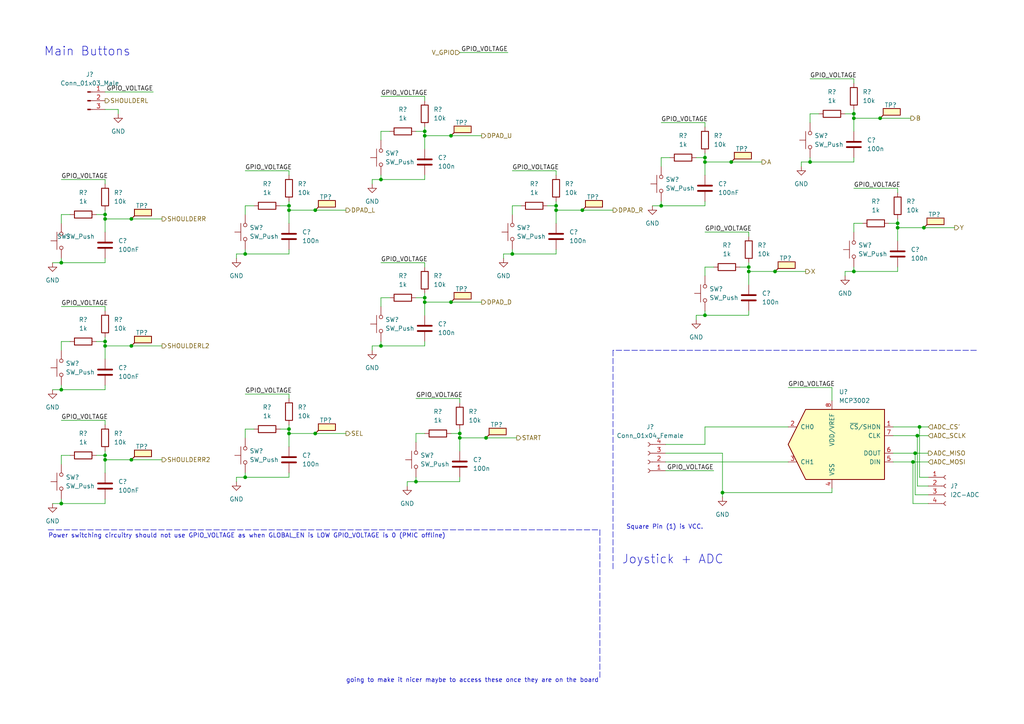
<source format=kicad_sch>
(kicad_sch (version 20211123) (generator eeschema)
  (paper "A4")
  (title_block (date "2022-05-14") (rev "Rev1") (comment 1 "https://github.com/cinnamondev/gamepithing"))
  (lib_symbols
    (symbol "Analog_ADC:MCP3002" (pin_names (offset 1.016))
      (property "Reference" "U" (at -6.35 11.43 0))
      (property "Value" "MCP3002" (at 11.43 11.43 0))
      (symbol "MCP3002_0_1"
        (polyline (pts (xy 15.24 10.16) (xy -7.62 10.16) (xy -12.7 0) (xy -7.62 -10.16) (xy 15.24 -10.16) (xy 15.24 10.16)) (stroke (width 0.254)) (fill (type background)))
      )
      (symbol "MCP3002_1_1"
        (pin input line (at 17.78 5.08 180) (length 2.54) (name "~{CS}/SHDN") (number "1"))
        (pin passive line (at -12.7 5.08 0) (length 2.54) (name "CH0") (number "2"))
        (pin passive line (at -12.7 -5.08 0) (length 2.54) (name "CH1") (number "3"))
        (pin power_in line (at 0 -12.7 90) (length 2.54) (name "VSS") (number "4"))
        (pin input line (at 17.78 -5.08 180) (length 2.54) (name "DIN") (number "5"))
        (pin output line (at 17.78 -2.54 180) (length 2.54) (name "DOUT") (number "6"))
        (pin input line (at 17.78 2.54 180) (length 2.54) (name "CLK") (number "7"))
        (pin power_in line (at 0 12.7 270) (length 2.54) (name "VDD/VREF") (number "8"))
      )
    )
    (symbol "Connector:Conn_01x03_Male" (pin_names (offset 1.016) hide)
      (property "Reference" "J" (at 0 5.08 0))
      (property "Value" "Conn_01x03_Male" (at 0 -5.08 0))
      (symbol "Conn_01x03_Male_1_1"
        (polyline (pts (xy 1.27 -2.54) (xy 0.8636 -2.54)) (stroke (width 0.1524)))
        (polyline (pts (xy 1.27 0) (xy 0.8636 0)) (stroke (width 0.1524)))
        (polyline (pts (xy 1.27 2.54) (xy 0.8636 2.54)) (stroke (width 0.1524)))
        (rectangle (start 0.8636 -2.413) (end 0 -2.667) (stroke (width 0.1524)) (fill (type outline)))
        (rectangle (start 0.8636 0.127) (end 0 -0.127) (stroke (width 0.1524)) (fill (type outline)))
        (rectangle (start 0.8636 2.667) (end 0 2.413) (stroke (width 0.1524)) (fill (type outline)))
        (pin passive line (at 5.08 2.54 180) (length 3.81) (name "Pin_1") (number "1"))
        (pin passive line (at 5.08 0 180) (length 3.81) (name "Pin_2") (number "2"))
        (pin passive line (at 5.08 -2.54 180) (length 3.81) (name "Pin_3") (number "3"))
      )
    )
    (symbol "Connector:Conn_01x04_Female" (pin_names (offset 1.016) hide)
      (property "Reference" "J" (at 0 5.08 0))
      (property "Value" "Conn_01x04_Female" (at 0 -7.62 0))
      (symbol "Conn_01x04_Female_1_1"
        (arc (start 0 -4.572) (mid -0.508 -5.08) (end 0 -5.588) (stroke (width 0.1524)))
        (arc (start 0 -2.032) (mid -0.508 -2.54) (end 0 -3.048) (stroke (width 0.1524)))
        (polyline (pts (xy -1.27 -5.08) (xy -0.508 -5.08)) (stroke (width 0.1524)))
        (polyline (pts (xy -1.27 -2.54) (xy -0.508 -2.54)) (stroke (width 0.1524)))
        (polyline (pts (xy -1.27 0) (xy -0.508 0)) (stroke (width 0.1524)))
        (polyline (pts (xy -1.27 2.54) (xy -0.508 2.54)) (stroke (width 0.1524)))
        (arc (start 0 0.508) (mid -0.508 0) (end 0 -0.508) (stroke (width 0.1524)))
        (arc (start 0 3.048) (mid -0.508 2.54) (end 0 2.032) (stroke (width 0.1524)))
        (pin passive line (at -5.08 2.54 0) (length 3.81) (name "Pin_1") (number "1"))
        (pin passive line (at -5.08 0 0) (length 3.81) (name "Pin_2") (number "2"))
        (pin passive line (at -5.08 -2.54 0) (length 3.81) (name "Pin_3") (number "3"))
        (pin passive line (at -5.08 -5.08 0) (length 3.81) (name "Pin_4") (number "4"))
      )
    )
    (symbol "Connector:TestPoint_Flag" (pin_numbers hide) (pin_names (offset 0.762) hide)
      (property "Reference" "TP" (at 3.429 1.778 0))
      (property "Value" "TestPoint_Flag" (at 3.302 4.191 0))
      (symbol "TestPoint_Flag_0_1"
        (polyline (pts (xy 0 0) (xy 0.889 0.889)) (stroke (width 0.254)))
        (rectangle (start 0.889 2.794) (end 5.842 0.889) (stroke (width 0.254)) (fill (type background)))
      )
      (symbol "TestPoint_Flag_1_1"
        (pin passive line (at 0 0 90) (length 0) (name "1") (number "1"))
      )
    )
    (symbol "Device:C" (pin_numbers hide) (pin_names (offset 0.254))
      (property "Reference" "C" (at 0.635 2.54 0))
      (property "Value" "C" (at 0.635 -2.54 0))
      (symbol "C_0_1"
        (polyline (pts (xy -2.032 -0.762) (xy 2.032 -0.762)) (stroke (width 0.508)))
        (polyline (pts (xy -2.032 0.762) (xy 2.032 0.762)) (stroke (width 0.508)))
      )
      (symbol "C_1_1"
        (pin passive line (at 0 3.81 270) (length 2.794) (name "~") (number "1"))
        (pin passive line (at 0 -3.81 90) (length 2.794) (name "~") (number "2"))
      )
    )
    (symbol "Device:R" (pin_numbers hide) (pin_names (offset 0))
      (property "Reference" "R" (at 2.032 0 90))
      (property "Value" "R" (at 0 0 90))
      (symbol "R_0_1"
        (rectangle (start -1.016 -2.54) (end 1.016 2.54) (stroke (width 0.254)))
      )
      (symbol "R_1_1"
        (pin passive line (at 0 3.81 270) (length 1.27) (name "~") (number "1"))
        (pin passive line (at 0 -3.81 90) (length 1.27) (name "~") (number "2"))
      )
    )
    (symbol "SW_Push_1" (pin_numbers hide) (pin_names (offset 1.016) hide)
      (property "Reference" "SW13" (at 1.27 1.2701 90))
      (property "Value" "SW_Push_1" (at 1.27 -1.2699 90))
      (symbol "SW_Push_1_0_1"
        (circle (center -2.032 0) (radius 0.508))
        (polyline (pts (xy 0 1.27) (xy 0 3.048)))
        (polyline (pts (xy 2.54 1.27) (xy -2.54 1.27)))
        (circle (center 2.032 0) (radius 0.508))
        (pin passive line (at -5.08 0 0) (length 2.54) (name "1") (number "1_1"))
        (pin passive line (at -5.08 0 0) (length 2.54) hide (name "1") (number "1_2"))
        (pin passive line (at 5.08 0 180) (length 2.54) (name "2") (number "2_1"))
        (pin passive line (at 5.08 0 180) (length 2.54) hide (name "2") (number "2_2"))
      )
    )
    (symbol "Switch:SW_Push" (pin_numbers hide) (pin_names (offset 1.016) hide)
      (property "Reference" "SW" (at 1.27 2.54 0))
      (property "Value" "SW_Push" (at 0 -1.524 0))
      (symbol "SW_Push_0_1"
        (circle (center -2.032 0) (radius 0.508))
        (polyline (pts (xy 0 1.27) (xy 0 3.048)))
        (polyline (pts (xy 2.54 1.27) (xy -2.54 1.27)))
        (circle (center 2.032 0) (radius 0.508))
        (pin passive line (at -5.08 0 0) (length 2.54) (name "1") (number "1"))
        (pin passive line (at 5.08 0 180) (length 2.54) (name "2") (number "2"))
      )
    )
    (symbol "power:GND" (power) (pin_names (offset 0))
      (property "Value" "GND" (at 0 -3.81 0))
      (symbol "GND_0_1"
        (polyline (pts (xy 0 0) (xy 0 -1.27) (xy 1.27 -1.27) (xy 0 -2.54) (xy -1.27 -1.27) (xy 0 -1.27)))
      )
      (symbol "GND_1_1"
        (pin power_in line (at 0 0 270) (length 0) hide (name "GND") (number "1"))
      )
    )
  )
  (junction (at 204.47 91.44))
  (junction (at 148.59 73.66))
  (junction (at 191.77 59.69))
  (junction (at 130.81 39.37))
  (junction (at 133.35 125.73))
  (junction (at 91.44 125.73))
  (junction (at 30.48 133.35))
  (junction (at 83.82 124.46))
  (junction (at 123.19 39.37))
  (junction (at 204.47 45.72))
  (junction (at 30.48 100.33))
  (junction (at 17.78 76.2))
  (junction (at 123.19 87.63))
  (junction (at 120.65 139.7))
  (junction (at 71.12 138.43))
  (junction (at 247.65 33.02))
  (junction (at 168.91 60.96))
  (junction (at 71.12 73.66))
  (junction (at 161.29 59.69))
  (junction (at 247.65 34.29))
  (junction (at 212.09 46.99))
  (junction (at 217.17 77.47))
  (junction (at 247.65 78.74))
  (junction (at 110.49 100.33))
  (junction (at 17.78 113.03))
  (junction (at 17.78 146.05))
  (junction (at 266.065 126.365))
  (junction (at 267.97 66.04))
  (junction (at 255.27 34.29))
  (junction (at 224.79 78.74))
  (junction (at 161.29 60.96))
  (junction (at 30.48 132.08))
  (junction (at 38.1 100.33))
  (junction (at 204.47 46.99))
  (junction (at 30.48 62.23))
  (junction (at 38.1 133.35))
  (junction (at 110.49 52.07))
  (junction (at 123.19 86.36))
  (junction (at 234.95 46.99))
  (junction (at 140.97 127))
  (junction (at 83.82 125.73))
  (junction (at 133.35 127))
  (junction (at 260.35 66.04))
  (junction (at 264.795 133.985))
  (junction (at 30.48 99.06))
  (junction (at 265.43 131.445))
  (junction (at 260.35 64.77))
  (junction (at 38.1 63.5))
  (junction (at 130.81 87.63))
  (junction (at 83.82 59.69))
  (junction (at 30.48 63.5))
  (junction (at 83.82 60.96))
  (junction (at 266.7 123.825))
  (junction (at 209.55 142.875))
  (junction (at 91.44 60.96))
  (junction (at 123.19 38.1))
  (junction (at 217.17 78.74))
  (wire (pts (xy 118.11 139.7) (xy 118.11 140.97)))
  (wire (pts (xy 110.49 27.94) (xy 123.19 27.94)))
  (wire (pts (xy 260.35 54.61) (xy 260.35 55.88)))
  (wire (pts (xy 71.12 124.46) (xy 73.66 124.46)))
  (wire (pts (xy 68.58 73.66) (xy 71.12 73.66)))
  (wire (pts (xy 161.29 60.96) (xy 168.91 60.96)))
  (wire (pts (xy 204.47 46.99) (xy 204.47 50.8)))
  (wire (pts (xy 110.49 50.8) (xy 110.49 52.07)))
  (wire (pts (xy 120.65 86.36) (xy 123.19 86.36)))
  (wire (pts (xy 110.49 40.64) (xy 110.49 38.1)))
  (wire (pts (xy 245.11 78.74) (xy 245.11 80.01)))
  (wire (pts (xy 133.35 115.57) (xy 133.35 116.84)))
  (wire (pts (xy 247.65 64.77) (xy 250.19 64.77)))
  (wire (pts (xy 201.93 45.72) (xy 204.47 45.72)))
  (wire (pts (xy 120.65 139.7) (xy 133.35 139.7)))
  (wire (pts (xy 161.29 49.53) (xy 161.29 50.8)))
  (wire (pts (xy 193.04 136.525) (xy 207.01 136.525)))
  (wire (pts (xy 264.795 146.05) (xy 264.795 133.985)))
  (wire (pts (xy 120.65 128.27) (xy 120.65 125.73)))
  (wire (pts (xy 123.19 86.36) (xy 123.19 87.63)))
  (wire (pts (xy 247.65 78.74) (xy 260.35 78.74)))
  (wire (pts (xy 217.17 90.17) (xy 217.17 91.44)))
  (wire (pts (xy 247.65 34.29) (xy 247.65 38.1)))
  (wire (pts (xy 123.19 38.1) (xy 123.19 36.83)))
  (wire (pts (xy 133.35 15.24) (xy 147.32 15.24)))
  (wire (pts (xy 217.17 78.74) (xy 217.17 82.55)))
  (wire (pts (xy 193.04 133.985) (xy 228.6 133.985)))
  (wire (pts (xy 191.77 35.56) (xy 204.47 35.56)))
  (wire (pts (xy 30.48 100.33) (xy 30.48 104.14)))
  (wire (pts (xy 259.08 131.445) (xy 265.43 131.445)))
  (wire (pts (xy 71.12 72.39) (xy 71.12 73.66)))
  (wire (pts (xy 269.24 138.43) (xy 266.7 138.43)))
  (polyline (pts (xy 173.99 153.67) (xy 173.99 196.85)))
  (wire (pts (xy 107.95 100.33) (xy 107.95 101.6)))
  (wire (pts (xy 83.82 72.39) (xy 83.82 73.66)))
  (wire (pts (xy 247.65 33.02) (xy 247.65 34.29)))
  (wire (pts (xy 30.48 62.23) (xy 30.48 60.96)))
  (wire (pts (xy 201.93 91.44) (xy 204.47 91.44)))
  (wire (pts (xy 241.3 141.605) (xy 241.3 142.875)))
  (wire (pts (xy 123.19 87.63) (xy 123.19 91.44)))
  (wire (pts (xy 259.08 123.825) (xy 266.7 123.825)))
  (wire (pts (xy 83.82 125.73) (xy 83.82 129.54)))
  (wire (pts (xy 257.81 64.77) (xy 260.35 64.77)))
  (wire (pts (xy 17.78 99.06) (xy 20.32 99.06)))
  (wire (pts (xy 71.12 127) (xy 71.12 124.46)))
  (wire (pts (xy 247.65 33.02) (xy 247.65 31.75)))
  (wire (pts (xy 158.75 59.69) (xy 161.29 59.69)))
  (wire (pts (xy 247.65 45.72) (xy 247.65 46.99)))
  (wire (pts (xy 71.12 137.16) (xy 71.12 138.43)))
  (wire (pts (xy 120.65 125.73) (xy 123.19 125.73)))
  (wire (pts (xy 110.49 100.33) (xy 123.19 100.33)))
  (wire (pts (xy 191.77 58.42) (xy 191.77 59.69)))
  (wire (pts (xy 17.78 62.23) (xy 20.32 62.23)))
  (wire (pts (xy 266.065 126.365) (xy 269.24 126.365)))
  (wire (pts (xy 214.63 77.47) (xy 217.17 77.47)))
  (wire (pts (xy 68.58 138.43) (xy 71.12 138.43)))
  (wire (pts (xy 133.35 125.73) (xy 133.35 127)))
  (wire (pts (xy 83.82 60.96) (xy 91.44 60.96)))
  (wire (pts (xy 228.6 112.395) (xy 241.3 112.395)))
  (wire (pts (xy 30.48 121.92) (xy 30.48 123.19)))
  (wire (pts (xy 68.58 73.66) (xy 68.58 74.93)))
  (wire (pts (xy 189.23 59.69) (xy 191.77 59.69)))
  (wire (pts (xy 161.29 72.39) (xy 161.29 73.66)))
  (wire (pts (xy 83.82 49.53) (xy 83.82 50.8)))
  (wire (pts (xy 217.17 78.74) (xy 224.79 78.74)))
  (wire (pts (xy 245.11 78.74) (xy 247.65 78.74)))
  (wire (pts (xy 217.17 77.47) (xy 217.17 78.74)))
  (wire (pts (xy 267.97 66.04) (xy 276.86 66.04)))
  (wire (pts (xy 110.49 88.9) (xy 110.49 86.36)))
  (wire (pts (xy 30.48 133.35) (xy 38.1 133.35)))
  (wire (pts (xy 161.29 60.96) (xy 161.29 64.77)))
  (wire (pts (xy 168.91 60.96) (xy 177.8 60.96)))
  (wire (pts (xy 110.49 52.07) (xy 123.19 52.07)))
  (wire (pts (xy 17.78 144.78) (xy 17.78 146.05)))
  (polyline (pts (xy 283.21 101.6) (xy 177.8 101.6)))
  (wire (pts (xy 234.95 46.99) (xy 247.65 46.99)))
  (wire (pts (xy 260.35 77.47) (xy 260.35 78.74)))
  (wire (pts (xy 123.19 39.37) (xy 123.19 43.18)))
  (wire (pts (xy 71.12 59.69) (xy 73.66 59.69)))
  (wire (pts (xy 34.29 31.75) (xy 34.29 33.02)))
  (wire (pts (xy 38.1 100.33) (xy 46.99 100.33)))
  (wire (pts (xy 27.94 62.23) (xy 30.48 62.23)))
  (wire (pts (xy 146.05 73.66) (xy 146.05 74.93)))
  (wire (pts (xy 234.95 22.86) (xy 247.65 22.86)))
  (wire (pts (xy 30.48 100.33) (xy 38.1 100.33)))
  (wire (pts (xy 140.97 127) (xy 149.86 127)))
  (wire (pts (xy 110.49 99.06) (xy 110.49 100.33)))
  (wire (pts (xy 247.65 67.31) (xy 247.65 64.77)))
  (wire (pts (xy 30.48 26.67) (xy 44.45 26.67)))
  (wire (pts (xy 204.47 91.44) (xy 217.17 91.44)))
  (wire (pts (xy 204.47 67.31) (xy 217.17 67.31)))
  (wire (pts (xy 224.79 78.74) (xy 233.68 78.74)))
  (wire (pts (xy 209.55 142.875) (xy 209.55 131.445)))
  (wire (pts (xy 204.47 123.825) (xy 228.6 123.825)))
  (wire (pts (xy 204.47 35.56) (xy 204.47 36.83)))
  (wire (pts (xy 15.24 76.2) (xy 17.78 76.2)))
  (wire (pts (xy 204.47 58.42) (xy 204.47 59.69)))
  (wire (pts (xy 30.48 52.07) (xy 30.48 53.34)))
  (wire (pts (xy 146.05 73.66) (xy 148.59 73.66)))
  (wire (pts (xy 217.17 67.31) (xy 217.17 68.58)))
  (wire (pts (xy 260.35 64.77) (xy 260.35 63.5)))
  (wire (pts (xy 133.35 127) (xy 133.35 130.81)))
  (wire (pts (xy 209.55 144.145) (xy 209.55 142.875)))
  (wire (pts (xy 123.19 99.06) (xy 123.19 100.33)))
  (wire (pts (xy 193.04 128.905) (xy 204.47 128.905)))
  (wire (pts (xy 30.48 88.9) (xy 30.48 90.17)))
  (wire (pts (xy 269.24 146.05) (xy 264.795 146.05)))
  (wire (pts (xy 212.09 46.99) (xy 220.98 46.99)))
  (wire (pts (xy 232.41 46.99) (xy 232.41 48.26)))
  (wire (pts (xy 91.44 125.73) (xy 100.33 125.73)))
  (wire (pts (xy 123.19 86.36) (xy 123.19 85.09)))
  (wire (pts (xy 81.28 124.46) (xy 83.82 124.46)))
  (wire (pts (xy 120.65 115.57) (xy 133.35 115.57)))
  (wire (pts (xy 17.78 74.93) (xy 17.78 76.2)))
  (wire (pts (xy 118.11 139.7) (xy 120.65 139.7)))
  (wire (pts (xy 260.35 64.77) (xy 260.35 66.04)))
  (wire (pts (xy 30.48 132.08) (xy 30.48 130.81)))
  (wire (pts (xy 110.49 86.36) (xy 113.03 86.36)))
  (wire (pts (xy 266.7 123.825) (xy 269.24 123.825)))
  (wire (pts (xy 259.08 126.365) (xy 266.065 126.365)))
  (wire (pts (xy 204.47 80.01) (xy 204.47 77.47)))
  (wire (pts (xy 204.47 46.99) (xy 212.09 46.99)))
  (wire (pts (xy 148.59 59.69) (xy 151.13 59.69)))
  (wire (pts (xy 201.93 91.44) (xy 201.93 92.71)))
  (wire (pts (xy 266.7 138.43) (xy 266.7 123.825)))
  (wire (pts (xy 91.44 60.96) (xy 100.33 60.96)))
  (wire (pts (xy 27.94 132.08) (xy 30.48 132.08)))
  (wire (pts (xy 133.35 138.43) (xy 133.35 139.7)))
  (wire (pts (xy 83.82 60.96) (xy 83.82 64.77)))
  (wire (pts (xy 217.17 77.47) (xy 217.17 76.2)))
  (wire (pts (xy 161.29 59.69) (xy 161.29 60.96)))
  (wire (pts (xy 260.35 66.04) (xy 260.35 69.85)))
  (wire (pts (xy 204.47 90.17) (xy 204.47 91.44)))
  (wire (pts (xy 17.78 64.77) (xy 17.78 62.23)))
  (wire (pts (xy 130.81 125.73) (xy 133.35 125.73)))
  (wire (pts (xy 38.1 133.35) (xy 46.99 133.35)))
  (wire (pts (xy 107.95 52.07) (xy 107.95 53.34)))
  (wire (pts (xy 259.08 133.985) (xy 264.795 133.985)))
  (wire (pts (xy 204.47 128.905) (xy 204.47 123.825)))
  (wire (pts (xy 120.65 138.43) (xy 120.65 139.7)))
  (wire (pts (xy 120.65 38.1) (xy 123.19 38.1)))
  (wire (pts (xy 209.55 142.875) (xy 241.3 142.875)))
  (wire (pts (xy 17.78 113.03) (xy 30.48 113.03)))
  (wire (pts (xy 260.35 66.04) (xy 267.97 66.04)))
  (wire (pts (xy 266.065 140.97) (xy 266.065 126.365)))
  (wire (pts (xy 30.48 99.06) (xy 30.48 100.33)))
  (wire (pts (xy 83.82 59.69) (xy 83.82 60.96)))
  (polyline (pts (xy 13.97 153.67) (xy 173.99 153.67)))
  (wire (pts (xy 191.77 45.72) (xy 194.31 45.72)))
  (wire (pts (xy 68.58 138.43) (xy 68.58 139.7)))
  (wire (pts (xy 71.12 62.23) (xy 71.12 59.69)))
  (wire (pts (xy 83.82 124.46) (xy 83.82 123.19)))
  (wire (pts (xy 81.28 59.69) (xy 83.82 59.69)))
  (wire (pts (xy 15.24 146.05) (xy 17.78 146.05)))
  (wire (pts (xy 269.24 143.51) (xy 265.43 143.51)))
  (wire (pts (xy 15.24 113.03) (xy 17.78 113.03)))
  (wire (pts (xy 83.82 124.46) (xy 83.82 125.73)))
  (wire (pts (xy 30.48 63.5) (xy 30.48 67.31)))
  (wire (pts (xy 234.95 45.72) (xy 234.95 46.99)))
  (wire (pts (xy 17.78 121.92) (xy 30.48 121.92)))
  (wire (pts (xy 30.48 62.23) (xy 30.48 63.5)))
  (wire (pts (xy 30.48 99.06) (xy 30.48 97.79)))
  (wire (pts (xy 255.27 34.29) (xy 264.16 34.29)))
  (wire (pts (xy 71.12 73.66) (xy 83.82 73.66)))
  (wire (pts (xy 107.95 100.33) (xy 110.49 100.33)))
  (wire (pts (xy 71.12 49.53) (xy 83.82 49.53)))
  (wire (pts (xy 191.77 48.26) (xy 191.77 45.72)))
  (wire (pts (xy 110.49 76.2) (xy 123.19 76.2)))
  (wire (pts (xy 30.48 144.78) (xy 30.48 146.05)))
  (wire (pts (xy 38.1 63.5) (xy 46.99 63.5)))
  (wire (pts (xy 264.795 133.985) (xy 269.24 133.985)))
  (wire (pts (xy 234.95 33.02) (xy 237.49 33.02)))
  (wire (pts (xy 193.04 131.445) (xy 209.55 131.445)))
  (wire (pts (xy 30.48 133.35) (xy 30.48 137.16)))
  (wire (pts (xy 17.78 146.05) (xy 30.48 146.05)))
  (wire (pts (xy 241.3 112.395) (xy 241.3 116.205)))
  (wire (pts (xy 247.65 77.47) (xy 247.65 78.74)))
  (wire (pts (xy 161.29 59.69) (xy 161.29 58.42)))
  (wire (pts (xy 265.43 131.445) (xy 269.24 131.445)))
  (wire (pts (xy 17.78 52.07) (xy 30.48 52.07)))
  (wire (pts (xy 110.49 38.1) (xy 113.03 38.1)))
  (wire (pts (xy 130.81 39.37) (xy 139.7 39.37)))
  (wire (pts (xy 247.65 22.86) (xy 247.65 24.13)))
  (wire (pts (xy 148.59 62.23) (xy 148.59 59.69)))
  (wire (pts (xy 83.82 114.3) (xy 83.82 115.57)))
  (wire (pts (xy 17.78 134.62) (xy 17.78 132.08)))
  (wire (pts (xy 123.19 39.37) (xy 130.81 39.37)))
  (wire (pts (xy 123.19 76.2) (xy 123.19 77.47)))
  (wire (pts (xy 204.47 77.47) (xy 207.01 77.47)))
  (wire (pts (xy 234.95 35.56) (xy 234.95 33.02)))
  (wire (pts (xy 83.82 59.69) (xy 83.82 58.42)))
  (wire (pts (xy 148.59 72.39) (xy 148.59 73.66)))
  (wire (pts (xy 133.35 125.73) (xy 133.35 124.46)))
  (wire (pts (xy 148.59 49.53) (xy 161.29 49.53)))
  (wire (pts (xy 17.78 76.2) (xy 30.48 76.2)))
  (wire (pts (xy 71.12 138.43) (xy 83.82 138.43)))
  (wire (pts (xy 30.48 111.76) (xy 30.48 113.03)))
  (wire (pts (xy 30.48 132.08) (xy 30.48 133.35)))
  (wire (pts (xy 123.19 38.1) (xy 123.19 39.37)))
  (wire (pts (xy 30.48 31.75) (xy 34.29 31.75)))
  (wire (pts (xy 265.43 143.51) (xy 265.43 131.445)))
  (wire (pts (xy 17.78 111.76) (xy 17.78 113.03)))
  (wire (pts (xy 83.82 137.16) (xy 83.82 138.43)))
  (wire (pts (xy 123.19 50.8) (xy 123.19 52.07)))
  (wire (pts (xy 71.12 114.3) (xy 83.82 114.3)))
  (wire (pts (xy 247.65 54.61) (xy 260.35 54.61)))
  (wire (pts (xy 17.78 88.9) (xy 30.48 88.9)))
  (wire (pts (xy 123.19 27.94) (xy 123.19 29.21)))
  (wire (pts (xy 191.77 59.69) (xy 204.47 59.69)))
  (wire (pts (xy 107.95 52.07) (xy 110.49 52.07)))
  (wire (pts (xy 204.47 45.72) (xy 204.47 44.45)))
  (wire (pts (xy 148.59 73.66) (xy 161.29 73.66)))
  (wire (pts (xy 133.35 127) (xy 140.97 127)))
  (wire (pts (xy 27.94 99.06) (xy 30.48 99.06)))
  (wire (pts (xy 232.41 46.99) (xy 234.95 46.99)))
  (wire (pts (xy 30.48 74.93) (xy 30.48 76.2)))
  (wire (pts (xy 247.65 34.29) (xy 255.27 34.29)))
  (wire (pts (xy 123.19 87.63) (xy 130.81 87.63)))
  (wire (pts (xy 83.82 125.73) (xy 91.44 125.73)))
  (wire (pts (xy 130.81 87.63) (xy 139.7 87.63)))
  (wire (pts (xy 245.11 33.02) (xy 247.65 33.02)))
  (wire (pts (xy 204.47 45.72) (xy 204.47 46.99)))
  (wire (pts (xy 30.48 63.5) (xy 38.1 63.5)))
  (wire (pts (xy 269.24 140.97) (xy 266.065 140.97)))
  (wire (pts (xy 17.78 101.6) (xy 17.78 99.06)))
  (polyline (pts (xy 177.8 101.6) (xy 177.8 165.1)))
  (wire (pts (xy 17.78 132.08) (xy 20.32 132.08)))
  (text "Joystick + ADC" (at 180.34 163.83 0) (effects (font (size 2.54 2.54)) (justify left bottom)))
  (text "going to make it nicer maybe to access these once they are on the board" (at 100.33 198.12 0) (effects (font (size 1.27 1.27)) (justify left bottom)))
  (text "Power switching circuitry should not use GPIO_VOLTAGE as when GLOBAL_EN is LOW GPIO_VOLTAGE is 0 (PMIC offline)" (at 13.97 156.21 0) (effects (font (size 1.27 1.27)) (justify left bottom)))
  (text "Square Pin (1) is VCC.\n" (at 181.61 153.67 0) (effects (font (size 1.27 1.27)) (justify left bottom)))
  (text "Main Buttons" (at 12.7 16.51 0) (effects (font (size 2.54 2.54)) (justify left bottom)))
  (label "GPIO_VOLTAGE" (at 17.78 121.92 0))
  (label "GPIO_VOLTAGE" (at 71.12 114.3 0))
  (label "GPIO_VOLTAGE" (at 191.77 35.56 0))
  (label "GPIO_VOLTAGE" (at 110.49 76.2 0))
  (label "GPIO_VOLTAGE" (at 147.32 15.24 180))
  (label "GPIO_VOLTAGE" (at 204.47 67.31 0))
  (label "GPIO_VOLTAGE" (at 247.65 54.61 0))
  (label "GPIO_VOLTAGE" (at 17.78 88.9 0))
  (label "GPIO_VOLTAGE" (at 120.65 115.57 0))
  (label "GPIO_VOLTAGE" (at 234.95 22.86 0))
  (label "GPIO_VOLTAGE" (at 228.6 112.395 0))
  (label "GPIO_VOLTAGE" (at 110.49 27.94 0))
  (label "GPIO_VOLTAGE" (at 17.78 52.07 0))
  (label "GPIO_VOLTAGE" (at 207.01 136.525 180))
  (label "GPIO_VOLTAGE" (at 44.45 26.67 180))
  (label "GPIO_VOLTAGE" (at 148.59 49.53 0))
  (label "GPIO_VOLTAGE" (at 71.12 49.53 0))
  (hierarchical_label "A" (shape output) (at 220.98 46.99 0))
  (hierarchical_label "B" (shape output) (at 264.16 34.29 0))
  (hierarchical_label "SHOULDERL" (shape output) (at 30.48 29.21 0))
  (hierarchical_label "Y" (shape output) (at 276.86 66.04 0))
  (hierarchical_label "V_GPIO" (shape input) (at 133.35 15.24 180))
  (hierarchical_label "SHOULDERR" (shape output) (at 46.99 63.5 0))
  (hierarchical_label "ADC_SCLK" (shape input) (at 269.24 126.365 0))
  (hierarchical_label "ADC_MISO" (shape output) (at 269.24 131.445 0))
  (hierarchical_label "ADC_CS'" (shape input) (at 269.24 123.825 0))
  (hierarchical_label "SHOULDERL2" (shape output) (at 46.99 100.33 0))
  (hierarchical_label "SEL" (shape output) (at 100.33 125.73 0))
  (hierarchical_label "SHOULDERR2" (shape output) (at 46.99 133.35 0))
  (hierarchical_label "ADC_MOSI" (shape input) (at 269.24 133.985 0))
  (hierarchical_label "DPAD_R" (shape output) (at 177.8 60.96 0))
  (hierarchical_label "DPAD_L" (shape output) (at 100.33 60.96 0))
  (hierarchical_label "DPAD_D" (shape output) (at 139.7 87.63 0))
  (hierarchical_label "X" (shape output) (at 233.68 78.74 0))
  (hierarchical_label "START" (shape output) (at 149.86 127 0))
  (hierarchical_label "DPAD_U" (shape output) (at 139.7 39.37 0))
  (symbol (lib_id "Device:R") (at 198.12 45.72 90) (unit 1)
    (property "Reference" "R?" (at 198.12 39.37 90))
    (property "Value" "1k" (at 198.12 41.91 90))
    (property "Footprint" "Resistor_SMD:R_0805_2012Metric_Pad1.20x1.40mm_HandSolder" (effects hide))
  )
  (symbol (lib_id "Switch:SW_Push") (at 191.77 53.34 90) (unit 1)
    (property "Reference" "SW?" (at 193.04 52.0699 90) (effects (justify right)))
    (property "Value" "SW_Push" (at 193.04 54.6099 90) (effects (justify right)))
    (property "Footprint" "CM4IO:SW_PTS526_SMG15_SMTR2_LFS" (effects hide))
  )
  (symbol (lib_id "Device:R") (at 30.48 93.98 0) (unit 1)
    (property "Reference" "R?" (at 33.02 92.7099 0) (effects (justify left)))
    (property "Value" "10k" (at 33.02 95.2499 0) (effects (justify left)))
    (property "Footprint" "Resistor_SMD:R_0805_2012Metric_Pad1.20x1.40mm_HandSolder" (effects hide))
  )
  (symbol (lib_id "Switch:SW_Push") (at 204.47 85.09 90) (unit 1)
    (property "Reference" "SW?" (at 205.74 83.8199 90) (effects (justify right)))
    (property "Value" "SW_Push" (at 205.74 86.3599 90) (effects (justify right)))
    (property "Footprint" "CM4IO:SW_PTS526_SMG15_SMTR2_LFS" (effects hide))
  )
  (symbol (lib_id "Connector:Conn_01x03_Male") (at 25.4 29.21 0) (unit 1)
    (property "Reference" "J?" (at 26.035 21.59 0))
    (property "Value" "Conn_01x03_Male" (at 26.035 24.13 0))
    (property "Footprint" "Connector_Wire:SolderWire-0.5sqmm_1x03_P4.8mm_D0.9mm_OD2.3mm" (effects hide))
  )
  (symbol (lib_id "power:GND") (at 68.58 139.7 0) (unit 1)
    (property "Reference" "#PWR?" (effects hide))
    (property "Value" "GND" (at 68.58 144.78 0))
  )
  (symbol (lib_id "Device:R") (at 24.13 62.23 90) (unit 1)
    (property "Reference" "R?" (at 24.13 55.88 90))
    (property "Value" "1k" (at 24.13 58.42 90))
    (property "Footprint" "Resistor_SMD:R_0805_2012Metric_Pad1.20x1.40mm_HandSolder" (effects hide))
  )
  (symbol (lib_id "Device:R") (at 116.84 38.1 90) (unit 1)
    (property "Reference" "R?" (at 116.84 31.75 90))
    (property "Value" "1k" (at 116.84 34.29 90))
    (property "Footprint" "Resistor_SMD:R_0805_2012Metric_Pad1.20x1.40mm_HandSolder" (effects hide))
  )
  (symbol (lib_id "power:GND") (at 15.24 76.2 0) (unit 1)
    (property "Reference" "#PWR?" (effects hide))
    (property "Value" "GND" (at 15.24 81.28 0))
  )
  (symbol (lib_id "Device:C") (at 204.47 54.61 0) (unit 1)
    (property "Reference" "C?" (at 208.28 53.3399 0) (effects (justify left)))
    (property "Value" "100nF" (at 208.28 55.8799 0) (effects (justify left)))
    (property "Footprint" "Capacitor_SMD:C_0805_2012Metric_Pad1.18x1.45mm_HandSolder" (effects hide))
  )
  (symbol (lib_id "Device:R") (at 260.35 59.69 0) (unit 1)
    (property "Reference" "R?" (at 262.89 58.4199 0) (effects (justify left)))
    (property "Value" "10k" (at 262.89 60.9599 0) (effects (justify left)))
    (property "Footprint" "Resistor_SMD:R_0805_2012Metric_Pad1.20x1.40mm_HandSolder" (effects hide))
  )
  (symbol (lib_id "Device:C") (at 30.48 71.12 0) (unit 1)
    (property "Reference" "C?" (at 34.29 69.8499 0) (effects (justify left)))
    (property "Value" "100nF" (at 34.29 72.3899 0) (effects (justify left)))
    (property "Footprint" "Capacitor_SMD:C_0805_2012Metric_Pad1.18x1.45mm_HandSolder" (effects hide))
  )
  (symbol (lib_id "power:GND") (at 232.41 48.26 0) (unit 1)
    (property "Reference" "#PWR?" (effects hide))
    (property "Value" "GND" (at 232.41 53.34 0))
  )
  (symbol (lib_id "Device:R") (at 123.19 81.28 0) (unit 1)
    (property "Reference" "R?" (at 125.73 80.0099 0) (effects (justify left)))
    (property "Value" "10k" (at 125.73 82.5499 0) (effects (justify left)))
    (property "Footprint" "Resistor_SMD:R_0805_2012Metric_Pad1.20x1.40mm_HandSolder" (effects hide))
  )
  (symbol (lib_id "Switch:SW_Push") (at 110.49 45.72 90) (unit 1)
    (property "Reference" "SW?" (at 111.76 44.4499 90) (effects (justify right)))
    (property "Value" "SW_Push" (at 111.76 46.9899 90) (effects (justify right)))
    (property "Footprint" "CM4IO:SW_PTS526_SMG15_SMTR2_LFS" (effects hide))
  )
  (symbol (lib_id "Device:C") (at 217.17 86.36 0) (unit 1)
    (property "Reference" "C?" (at 220.98 85.0899 0) (effects (justify left)))
    (property "Value" "100n" (at 220.98 87.6299 0) (effects (justify left)))
    (property "Footprint" "Capacitor_SMD:C_0805_2012Metric_Pad1.18x1.45mm_HandSolder" (effects hide))
  )
  (symbol (lib_id "Device:R") (at 30.48 127 0) (unit 1)
    (property "Reference" "R?" (at 33.02 125.7299 0) (effects (justify left)))
    (property "Value" "10k" (at 33.02 128.2699 0) (effects (justify left)))
    (property "Footprint" "Resistor_SMD:R_0805_2012Metric_Pad1.20x1.40mm_HandSolder" (effects hide))
  )
  (symbol (lib_id "Device:C") (at 30.48 140.97 0) (unit 1)
    (property "Reference" "C?" (at 34.29 139.6999 0) (effects (justify left)))
    (property "Value" "100nF" (at 34.29 142.2399 0) (effects (justify left)))
    (property "Footprint" "Capacitor_SMD:C_0805_2012Metric_Pad1.18x1.45mm_HandSolder" (effects hide))
  )
  (symbol (lib_id "Connector:Conn_01x04_Female") (at 274.32 140.97 0) (unit 1)
    (property "Reference" "J?" (at 275.59 140.9699 0) (effects (justify left)))
    (property "Value" "I2C-ADC" (at 275.59 143.5099 0) (effects (justify left)))
    (property "Footprint" "Connector_Wire:SolderWire-0.1sqmm_1x04_P3.6mm_D0.4mm_OD1mm" (effects hide))
  )
  (symbol (lib_id "Device:R") (at 123.19 33.02 0) (unit 1)
    (property "Reference" "R?" (at 125.73 31.7499 0) (effects (justify left)))
    (property "Value" "10k" (at 125.73 34.2899 0) (effects (justify left)))
    (property "Footprint" "Resistor_SMD:R_0805_2012Metric_Pad1.20x1.40mm_HandSolder" (effects hide))
  )
  (symbol (lib_id "Connector:TestPoint_Flag") (at 91.44 125.73 0) (unit 1)
    (property "Reference" "TP?" (at 92.71 121.92 0) (effects (justify left)))
    (property "Value" "SEL" (effects hide))
    (property "Footprint" "TestPoint:TestPoint_THTPad_1.0x1.0mm_Drill0.5mm" (effects hide))
  )
  (symbol (lib_id "Device:C") (at 133.35 134.62 0) (unit 1)
    (property "Reference" "C?" (at 137.16 133.3499 0) (effects (justify left)))
    (property "Value" "100n" (at 137.16 135.8899 0) (effects (justify left)))
    (property "Footprint" "Capacitor_SMD:C_0805_2012Metric_Pad1.18x1.45mm_HandSolder" (effects hide))
  )
  (symbol (lib_id "Connector:TestPoint_Flag") (at 212.09 46.99 0) (unit 1)
    (property "Reference" "TP?" (at 213.36 43.18 0) (effects (justify left)))
    (property "Value" "A" (effects hide))
    (property "Footprint" "TestPoint:TestPoint_THTPad_1.0x1.0mm_Drill0.5mm" (effects hide))
  )
  (symbol (lib_id "Connector:TestPoint_Flag") (at 224.79 78.74 0) (unit 1)
    (property "Reference" "TP?" (at 226.06 74.93 0) (effects (justify left)))
    (property "Value" "X" (effects hide))
    (property "Footprint" "TestPoint:TestPoint_THTPad_1.0x1.0mm_Drill0.5mm" (effects hide))
  )
  (symbol (lib_name "SW_Push_1") (lib_id "Switch:SW_Push") (at 17.78 69.85 90) (unit 1)
    (property "Reference" "SW?" (at 16.5099 68.58 90) (effects (justify right)))
    (property "Value" "SW_Push" (at 19.0499 68.58 90) (effects (justify right)))
    (property "Footprint" "CM4IO:SW_EVQ-P7J01P" (effects hide))
  )
  (symbol (lib_id "power:GND") (at 189.23 59.69 0) (unit 1)
    (property "Reference" "#PWR?" (effects hide))
    (property "Value" "GND" (at 189.23 64.77 0))
  )
  (symbol (lib_id "Connector:TestPoint_Flag") (at 140.97 127 0) (unit 1)
    (property "Reference" "TP?" (at 142.24 123.19 0) (effects (justify left)))
    (property "Value" "START" (effects hide))
    (property "Footprint" "TestPoint:TestPoint_THTPad_1.0x1.0mm_Drill0.5mm" (effects hide))
  )
  (symbol (lib_id "Switch:SW_Push") (at 71.12 132.08 90) (unit 1)
    (property "Reference" "SW?" (at 72.39 130.8099 90) (effects (justify right)))
    (property "Value" "SW_Push" (at 72.39 133.3499 90) (effects (justify right)))
    (property "Footprint" "CM4IO:SW_PTS526_SMG15_SMTR2_LFS" (effects hide))
  )
  (symbol (lib_id "Switch:SW_Push") (at 148.59 67.31 90) (unit 1)
    (property "Reference" "SW?" (at 149.86 66.0399 90) (effects (justify right)))
    (property "Value" "SW_Push" (at 149.86 68.5799 90) (effects (justify right)))
    (property "Footprint" "CM4IO:SW_PTS526_SMG15_SMTR2_LFS" (effects hide))
  )
  (symbol (lib_id "Switch:SW_Push") (at 71.12 67.31 90) (unit 1)
    (property "Reference" "SW?" (at 72.39 66.0399 90) (effects (justify right)))
    (property "Value" "SW_Push" (at 72.39 68.5799 90) (effects (justify right)))
    (property "Footprint" "CM4IO:SW_PTS526_SMG15_SMTR2_LFS" (effects hide))
  )
  (symbol (lib_id "Device:C") (at 83.82 68.58 0) (unit 1)
    (property "Reference" "C?" (at 87.63 67.3099 0) (effects (justify left)))
    (property "Value" "100n" (at 87.63 69.8499 0) (effects (justify left)))
    (property "Footprint" "Capacitor_SMD:C_0805_2012Metric_Pad1.18x1.45mm_HandSolder" (effects hide))
  )
  (symbol (lib_id "power:GND") (at 15.24 146.05 0) (unit 1)
    (property "Reference" "#PWR?" (effects hide))
    (property "Value" "GND" (at 15.24 151.13 0))
  )
  (symbol (lib_id "power:GND") (at 107.95 101.6 0) (unit 1)
    (property "Reference" "#PWR?" (effects hide))
    (property "Value" "GND" (at 107.95 106.68 0))
  )
  (symbol (lib_id "Device:R") (at 204.47 40.64 0) (unit 1)
    (property "Reference" "R?" (at 207.01 39.3699 0) (effects (justify left)))
    (property "Value" "10k" (at 207.01 41.9099 0) (effects (justify left)))
    (property "Footprint" "Resistor_SMD:R_0805_2012Metric_Pad1.20x1.40mm_HandSolder" (effects hide))
  )
  (symbol (lib_id "Switch:SW_Push") (at 120.65 133.35 90) (unit 1)
    (property "Reference" "SW?" (at 121.92 132.0799 90) (effects (justify right)))
    (property "Value" "SW_Push" (at 121.92 134.6199 90) (effects (justify right)))
    (property "Footprint" "CM4IO:SW_PTS526_SMG15_SMTR2_LFS" (effects hide))
  )
  (symbol (lib_id "Device:C") (at 123.19 46.99 0) (unit 1)
    (property "Reference" "C?" (at 127 45.7199 0) (effects (justify left)))
    (property "Value" "100n" (at 127 48.2599 0) (effects (justify left)))
    (property "Footprint" "Capacitor_SMD:C_0805_2012Metric_Pad1.18x1.45mm_HandSolder" (effects hide))
  )
  (symbol (lib_id "Connector:TestPoint_Flag") (at 255.27 34.29 0) (unit 1)
    (property "Reference" "TP?" (at 256.54 30.48 0) (effects (justify left)))
    (property "Value" "B" (effects hide))
    (property "Footprint" "TestPoint:TestPoint_THTPad_1.0x1.0mm_Drill0.5mm" (effects hide))
  )
  (symbol (lib_id "Device:R") (at 77.47 59.69 90) (unit 1)
    (property "Reference" "R?" (at 77.47 53.34 90))
    (property "Value" "1k" (at 77.47 55.88 90))
    (property "Footprint" "Resistor_SMD:R_0805_2012Metric_Pad1.20x1.40mm_HandSolder" (effects hide))
  )
  (symbol (lib_id "Device:R") (at 24.13 99.06 90) (unit 1)
    (property "Reference" "R?" (at 24.13 92.71 90))
    (property "Value" "1k" (at 24.13 95.25 90))
    (property "Footprint" "Resistor_SMD:R_0805_2012Metric_Pad1.20x1.40mm_HandSolder" (effects hide))
  )
  (symbol (lib_id "Device:R") (at 30.48 57.15 0) (unit 1)
    (property "Reference" "R?" (at 33.02 55.8799 0) (effects (justify left)))
    (property "Value" "10k" (at 33.02 58.4199 0) (effects (justify left)))
    (property "Footprint" "Resistor_SMD:R_0805_2012Metric_Pad1.20x1.40mm_HandSolder" (effects hide))
  )
  (symbol (lib_id "Device:R") (at 247.65 27.94 0) (unit 1)
    (property "Reference" "R?" (at 250.19 26.6699 0) (effects (justify left)))
    (property "Value" "10k" (at 250.19 29.2099 0) (effects (justify left)))
    (property "Footprint" "Resistor_SMD:R_0805_2012Metric_Pad1.20x1.40mm_HandSolder" (effects hide))
  )
  (symbol (lib_id "Device:C") (at 83.82 133.35 0) (unit 1)
    (property "Reference" "C?" (at 87.63 132.0799 0) (effects (justify left)))
    (property "Value" "100n" (at 87.63 134.6199 0) (effects (justify left)))
    (property "Footprint" "Capacitor_SMD:C_0805_2012Metric_Pad1.18x1.45mm_HandSolder" (effects hide))
  )
  (symbol (lib_id "Device:C") (at 260.35 73.66 0) (unit 1)
    (property "Reference" "C?" (at 264.16 72.3899 0) (effects (justify left)))
    (property "Value" "100n" (at 264.16 74.9299 0) (effects (justify left)))
    (property "Footprint" "Capacitor_SMD:C_0805_2012Metric_Pad1.18x1.45mm_HandSolder" (effects hide))
  )
  (symbol (lib_id "Switch:SW_Push") (at 247.65 72.39 90) (unit 1)
    (property "Reference" "SW?" (at 248.92 71.1199 90) (effects (justify right)))
    (property "Value" "SW_Push" (at 248.92 73.6599 90) (effects (justify right)))
    (property "Footprint" "CM4IO:SW_PTS526_SMG15_SMTR2_LFS" (effects hide))
  )
  (symbol (lib_id "Switch:SW_Push") (at 110.49 93.98 90) (unit 1)
    (property "Reference" "SW?" (at 111.76 92.7099 90) (effects (justify right)))
    (property "Value" "SW_Push" (at 111.76 95.2499 90) (effects (justify right)))
    (property "Footprint" "CM4IO:SW_PTS526_SMG15_SMTR2_LFS" (effects hide))
  )
  (symbol (lib_id "Switch:SW_Push") (at 17.78 139.7 90) (unit 1)
    (property "Reference" "SW?" (at 19.05 138.4299 90) (effects (justify right)))
    (property "Value" "SW_Push" (at 19.05 140.9699 90) (effects (justify right)))
    (property "Footprint" "CM4IO:SW_PTS526_SMG15_SMTR2_LFS" (effects hide))
  )
  (symbol (lib_id "Device:R") (at 77.47 124.46 90) (unit 1)
    (property "Reference" "R?" (at 77.47 118.11 90))
    (property "Value" "1k" (at 77.47 120.65 90))
    (property "Footprint" "Resistor_SMD:R_0805_2012Metric_Pad1.20x1.40mm_HandSolder" (effects hide))
  )
  (symbol (lib_id "Analog_ADC:MCP3002") (at 241.3 128.905 0) (unit 1)
    (property "Reference" "U?" (at 243.3194 113.665 0) (effects (justify left)))
    (property "Value" "MCP3002" (at 243.3194 116.205 0) (effects (justify left)))
    (property "Footprint" "Package_SO:TSSOP-8_4.4x3mm_P0.65mm" (effects hide))
    (property "Datasheet" "http://ww1.microchip.com/downloads/en/DeviceDoc/21294E.pdf" (effects hide))
  )
  (symbol (lib_id "Connector:TestPoint_Flag") (at 38.1 100.33 0) (unit 1)
    (property "Reference" "TP?" (at 39.37 96.52 0) (effects (justify left)))
    (property "Value" "A" (effects hide))
    (property "Footprint" "TestPoint:TestPoint_THTPad_1.0x1.0mm_Drill0.5mm" (effects hide))
  )
  (symbol (lib_id "Device:R") (at 154.94 59.69 90) (unit 1)
    (property "Reference" "R?" (at 154.94 53.34 90))
    (property "Value" "1k" (at 154.94 55.88 90))
    (property "Footprint" "Resistor_SMD:R_0805_2012Metric_Pad1.20x1.40mm_HandSolder" (effects hide))
  )
  (symbol (lib_id "Device:R") (at 217.17 72.39 0) (unit 1)
    (property "Reference" "R?" (at 219.71 71.1199 0) (effects (justify left)))
    (property "Value" "10k" (at 219.71 73.6599 0) (effects (justify left)))
    (property "Footprint" "Resistor_SMD:R_0805_2012Metric_Pad1.20x1.40mm_HandSolder" (effects hide))
  )
  (symbol (lib_id "power:GND") (at 118.11 140.97 0) (unit 1)
    (property "Reference" "#PWR?" (effects hide))
    (property "Value" "GND" (at 118.11 146.05 0))
  )
  (symbol (lib_id "Device:R") (at 83.82 54.61 0) (unit 1)
    (property "Reference" "R?" (at 86.36 53.3399 0) (effects (justify left)))
    (property "Value" "10k" (at 86.36 55.8799 0) (effects (justify left)))
    (property "Footprint" "Resistor_SMD:R_0805_2012Metric_Pad1.20x1.40mm_HandSolder" (effects hide))
  )
  (symbol (lib_id "power:GND") (at 34.29 33.02 0) (unit 1)
    (property "Reference" "#PWR?" (effects hide))
    (property "Value" "GND" (at 34.29 38.1 0))
  )
  (symbol (lib_id "power:GND") (at 209.55 144.145 0) (unit 1)
    (property "Reference" "#PWR?" (effects hide))
    (property "Value" "GND" (at 209.55 149.225 0))
  )
  (symbol (lib_id "power:GND") (at 146.05 74.93 0) (unit 1)
    (property "Reference" "#PWR?" (effects hide))
    (property "Value" "GND" (at 146.05 80.01 0))
  )
  (symbol (lib_id "Connector:Conn_01x04_Female") (at 187.96 133.985 180) (unit 1)
    (property "Reference" "J?" (at 188.595 123.825 0))
    (property "Value" "Conn_01x04_Female" (at 188.595 126.365 0))
    (property "Footprint" "Connector_Wire:SolderWire-0.1sqmm_1x04_P3.6mm_D0.4mm_OD1mm" (effects hide))
  )
  (symbol (lib_id "Device:R") (at 241.3 33.02 90) (unit 1)
    (property "Reference" "R?" (at 241.3 26.67 90))
    (property "Value" "1k" (at 241.3 29.21 90))
    (property "Footprint" "Resistor_SMD:R_0805_2012Metric_Pad1.20x1.40mm_HandSolder" (effects hide))
  )
  (symbol (lib_id "Connector:TestPoint_Flag") (at 168.91 60.96 0) (unit 1)
    (property "Reference" "TP?" (at 170.18 57.15 0) (effects (justify left)))
    (property "Value" "R" (effects hide))
    (property "Footprint" "TestPoint:TestPoint_THTPad_1.0x1.0mm_Drill0.5mm" (effects hide))
  )
  (symbol (lib_id "Connector:TestPoint_Flag") (at 38.1 63.5 0) (unit 1)
    (property "Reference" "TP?" (at 39.37 59.69 0) (effects (justify left)))
    (property "Value" "A" (effects hide))
    (property "Footprint" "TestPoint:TestPoint_THTPad_1.0x1.0mm_Drill0.5mm" (effects hide))
  )
  (symbol (lib_id "Device:R") (at 254 64.77 90) (unit 1)
    (property "Reference" "R?" (at 254 58.42 90))
    (property "Value" "1k" (at 254 60.96 90))
    (property "Footprint" "Resistor_SMD:R_0805_2012Metric_Pad1.20x1.40mm_HandSolder" (effects hide))
  )
  (symbol (lib_id "Device:R") (at 24.13 132.08 90) (unit 1)
    (property "Reference" "R?" (at 24.13 125.73 90))
    (property "Value" "1k" (at 24.13 128.27 90))
    (property "Footprint" "Resistor_SMD:R_0805_2012Metric_Pad1.20x1.40mm_HandSolder" (effects hide))
  )
  (symbol (lib_id "Device:R") (at 161.29 54.61 0) (unit 1)
    (property "Reference" "R?" (at 163.83 53.3399 0) (effects (justify left)))
    (property "Value" "10k" (at 163.83 55.8799 0) (effects (justify left)))
    (property "Footprint" "Resistor_SMD:R_0805_2012Metric_Pad1.20x1.40mm_HandSolder" (effects hide))
  )
  (symbol (lib_id "Device:R") (at 83.82 119.38 0) (unit 1)
    (property "Reference" "R?" (at 86.36 118.1099 0) (effects (justify left)))
    (property "Value" "10k" (at 86.36 120.6499 0) (effects (justify left)))
    (property "Footprint" "Resistor_SMD:R_0805_2012Metric_Pad1.20x1.40mm_HandSolder" (effects hide))
  )
  (symbol (lib_id "Device:R") (at 116.84 86.36 90) (unit 1)
    (property "Reference" "R?" (at 116.84 80.01 90))
    (property "Value" "1k" (at 116.84 82.55 90))
    (property "Footprint" "Resistor_SMD:R_0805_2012Metric_Pad1.20x1.40mm_HandSolder" (effects hide))
  )
  (symbol (lib_id "Device:R") (at 133.35 120.65 0) (unit 1)
    (property "Reference" "R?" (at 135.89 119.3799 0) (effects (justify left)))
    (property "Value" "10k" (at 135.89 121.9199 0) (effects (justify left)))
    (property "Footprint" "Resistor_SMD:R_0805_2012Metric_Pad1.20x1.40mm_HandSolder" (effects hide))
  )
  (symbol (lib_id "Device:C") (at 30.48 107.95 0) (unit 1)
    (property "Reference" "C?" (at 34.29 106.6799 0) (effects (justify left)))
    (property "Value" "100nF" (at 34.29 109.2199 0) (effects (justify left)))
    (property "Footprint" "Capacitor_SMD:C_0805_2012Metric_Pad1.18x1.45mm_HandSolder" (effects hide))
  )
  (symbol (lib_id "Connector:TestPoint_Flag") (at 130.81 39.37 0) (unit 1)
    (property "Reference" "TP?" (at 132.08 35.56 0) (effects (justify left)))
    (property "Value" "U" (effects hide))
    (property "Footprint" "TestPoint:TestPoint_THTPad_1.0x1.0mm_Drill0.5mm" (effects hide))
  )
  (symbol (lib_id "Connector:TestPoint_Flag") (at 91.44 60.96 0) (unit 1)
    (property "Reference" "TP?" (at 92.71 57.15 0) (effects (justify left)))
    (property "Value" "L" (effects hide))
    (property "Footprint" "TestPoint:TestPoint_THTPad_1.0x1.0mm_Drill0.5mm" (effects hide))
  )
  (symbol (lib_id "power:GND") (at 15.24 113.03 0) (unit 1)
    (property "Reference" "#PWR?" (effects hide))
    (property "Value" "GND" (at 15.24 118.11 0))
  )
  (symbol (lib_id "Switch:SW_Push") (at 234.95 40.64 90) (unit 1)
    (property "Reference" "SW?" (at 236.22 39.3699 90) (effects (justify right)))
    (property "Value" "SW_Push" (at 236.22 41.9099 90) (effects (justify right)))
    (property "Footprint" "CM4IO:SW_PTS526_SMG15_SMTR2_LFS" (effects hide))
  )
  (symbol (lib_id "Connector:TestPoint_Flag") (at 38.1 133.35 0) (unit 1)
    (property "Reference" "TP?" (at 39.37 129.54 0) (effects (justify left)))
    (property "Value" "A" (effects hide))
    (property "Footprint" "TestPoint:TestPoint_THTPad_1.0x1.0mm_Drill0.5mm" (effects hide))
  )
  (symbol (lib_id "power:GND") (at 245.11 80.01 0) (unit 1)
    (property "Reference" "#PWR?" (effects hide))
    (property "Value" "GND" (at 245.11 85.09 0))
  )
  (symbol (lib_id "power:GND") (at 107.95 53.34 0) (unit 1)
    (property "Reference" "#PWR?" (effects hide))
    (property "Value" "GND" (at 107.95 58.42 0))
  )
  (symbol (lib_id "Device:C") (at 161.29 68.58 0) (unit 1)
    (property "Reference" "C?" (at 165.1 67.3099 0) (effects (justify left)))
    (property "Value" "100n" (at 165.1 69.8499 0) (effects (justify left)))
    (property "Footprint" "Capacitor_SMD:C_0805_2012Metric_Pad1.18x1.45mm_HandSolder" (effects hide))
  )
  (symbol (lib_id "Device:C") (at 247.65 41.91 0) (unit 1)
    (property "Reference" "C?" (at 251.46 40.6399 0) (effects (justify left)))
    (property "Value" "100n" (at 251.46 43.1799 0) (effects (justify left)))
    (property "Footprint" "Capacitor_SMD:C_0805_2012Metric_Pad1.18x1.45mm_HandSolder" (effects hide))
  )
  (symbol (lib_id "power:GND") (at 68.58 74.93 0) (unit 1)
    (property "Reference" "#PWR?" (effects hide))
    (property "Value" "GND" (at 68.58 80.01 0))
  )
  (symbol (lib_id "Connector:TestPoint_Flag") (at 267.97 66.04 0) (unit 1)
    (property "Reference" "TP?" (at 269.24 62.23 0) (effects (justify left)))
    (property "Value" "Y" (effects hide))
    (property "Footprint" "TestPoint:TestPoint_THTPad_1.0x1.0mm_Drill0.5mm" (effects hide))
  )
  (symbol (lib_id "Connector:TestPoint_Flag") (at 130.81 87.63 0) (unit 1)
    (property "Reference" "TP?" (at 132.08 83.82 0) (effects (justify left)))
    (property "Value" "D" (effects hide))
    (property "Footprint" "TestPoint:TestPoint_THTPad_1.0x1.0mm_Drill0.5mm" (effects hide))
  )
  (symbol (lib_id "Device:C") (at 123.19 95.25 0) (unit 1)
    (property "Reference" "C?" (at 127 93.9799 0) (effects (justify left)))
    (property "Value" "100n" (at 127 96.5199 0) (effects (justify left)))
    (property "Footprint" "Capacitor_SMD:C_0805_2012Metric_Pad1.18x1.45mm_HandSolder" (effects hide))
  )
  (symbol (lib_id "power:GND") (at 201.93 92.71 0) (unit 1)
    (property "Reference" "#PWR?" (effects hide))
    (property "Value" "GND" (at 201.93 97.79 0))
  )
  (symbol (lib_id "Device:R") (at 210.82 77.47 90) (unit 1)
    (property "Reference" "R?" (at 210.82 71.12 90))
    (property "Value" "1k" (at 210.82 73.66 90))
    (property "Footprint" "Resistor_SMD:R_0805_2012Metric_Pad1.20x1.40mm_HandSolder" (effects hide))
  )
  (symbol (lib_id "Switch:SW_Push") (at 17.78 106.68 90) (unit 1)
    (property "Reference" "SW?" (at 19.05 105.4099 90) (effects (justify right)))
    (property "Value" "SW_Push" (at 19.05 107.9499 90) (effects (justify right)))
    (property "Footprint" "CM4IO:SW_PTS526_SMG15_SMTR2_LFS" (effects hide))
  )
  (symbol (lib_id "Device:R") (at 127 125.73 90) (unit 1)
    (property "Reference" "R?" (at 127 119.38 90))
    (property "Value" "1k" (at 127 121.92 90))
    (property "Footprint" "Resistor_SMD:R_0805_2012Metric_Pad1.20x1.40mm_HandSolder" (effects hide))
  )
)
</source>
